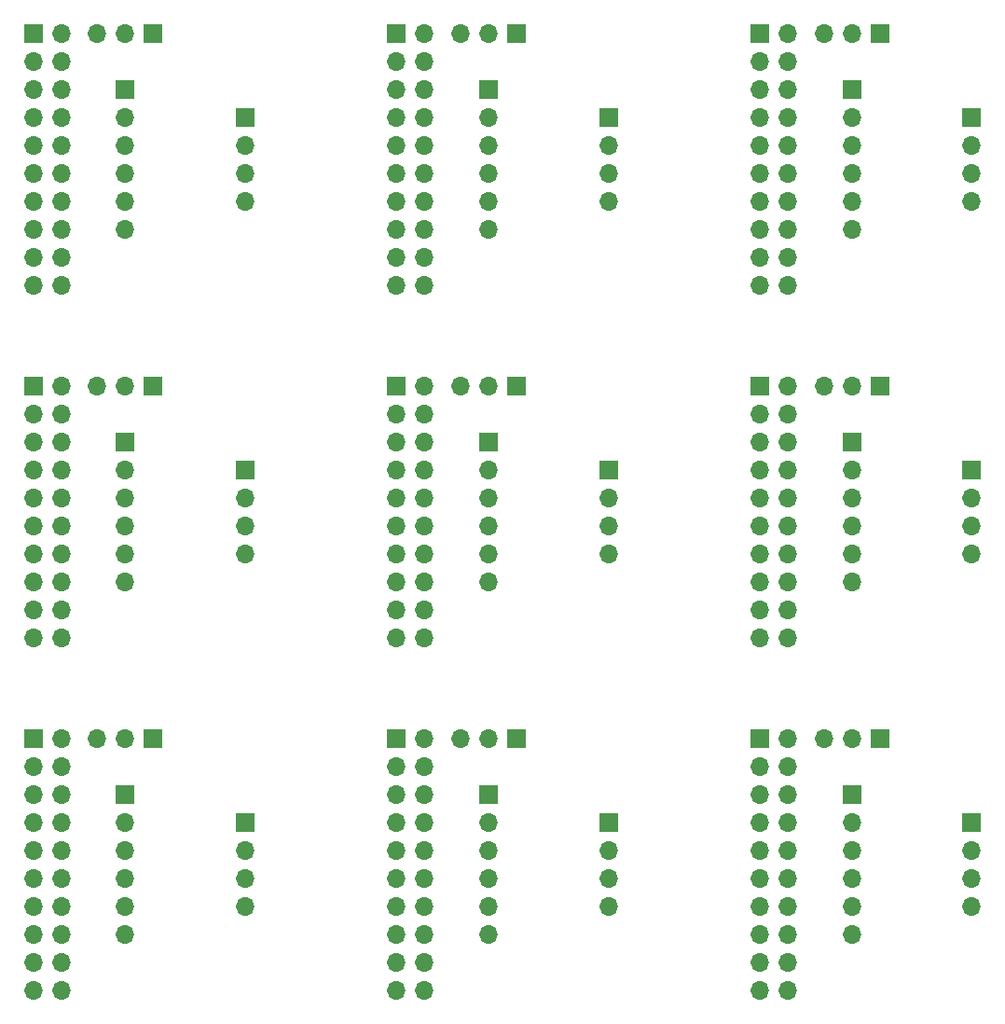
<source format=gbs>
%MOIN*%
%OFA0B0*%
%FSLAX46Y46*%
%IPPOS*%
%LPD*%
%ADD10R,0.066929133858267723X0.066929133858267723*%
%ADD11O,0.066929133858267723X0.066929133858267723*%
%ADD22R,0.066929133858267723X0.066929133858267723*%
%ADD23O,0.066929133858267723X0.066929133858267723*%
%ADD24R,0.066929133858267723X0.066929133858267723*%
%ADD25O,0.066929133858267723X0.066929133858267723*%
%ADD26R,0.066929133858267723X0.066929133858267723*%
%ADD27O,0.066929133858267723X0.066929133858267723*%
%ADD28R,0.066929133858267723X0.066929133858267723*%
%ADD29O,0.066929133858267723X0.066929133858267723*%
%ADD30R,0.066929133858267723X0.066929133858267723*%
%ADD31O,0.066929133858267723X0.066929133858267723*%
%ADD32R,0.066929133858267723X0.066929133858267723*%
%ADD33O,0.066929133858267723X0.066929133858267723*%
%ADD34R,0.066929133858267723X0.066929133858267723*%
%ADD35O,0.066929133858267723X0.066929133858267723*%
%ADD36R,0.066929133858267723X0.066929133858267723*%
%ADD37O,0.066929133858267723X0.066929133858267723*%
G01*
D10*
X0000000000Y0000000000D02*
X0000886811Y0000742519D03*
D11*
X0000886811Y0000642519D03*
X0000886811Y0000542519D03*
X0000886811Y0000442519D03*
D10*
X0000557874Y0001041338D03*
D11*
X0000457874Y0001041338D03*
X0000357874Y0001041338D03*
D10*
X0000458070Y0000841929D03*
D11*
X0000458070Y0000741929D03*
X0000458070Y0000641929D03*
X0000458070Y0000541929D03*
X0000458070Y0000441929D03*
X0000458070Y0000341929D03*
D10*
X0000129921Y0001041732D03*
D11*
X0000229921Y0001041732D03*
X0000129921Y0000941732D03*
X0000229921Y0000941732D03*
X0000129921Y0000841732D03*
X0000229921Y0000841732D03*
X0000129921Y0000741732D03*
X0000229921Y0000741732D03*
X0000129921Y0000641732D03*
X0000229921Y0000641732D03*
X0000129921Y0000541732D03*
X0000229921Y0000541732D03*
X0000129921Y0000441732D03*
X0000229921Y0000441732D03*
X0000129921Y0000341732D03*
X0000229921Y0000341732D03*
X0000129921Y0000241732D03*
X0000229921Y0000241732D03*
X0000129921Y0000141732D03*
X0000229921Y0000141732D03*
G04 next file*
G04 Gerber Fmt 4.6, Leading zero omitted, Abs format (unit mm)*
G04 Created by KiCad (PCBNEW (6.0.9)) date 2023-10-26 15:22:17*
G01*
G04 APERTURE LIST*
G04 APERTURE END LIST*
D22*
X0001299212Y0000000000D02*
X0002186023Y0000742519D03*
D23*
X0002186023Y0000642519D03*
X0002186023Y0000542519D03*
X0002186023Y0000442519D03*
D22*
X0001857086Y0001041338D03*
D23*
X0001757086Y0001041338D03*
X0001657086Y0001041338D03*
D22*
X0001757283Y0000841929D03*
D23*
X0001757283Y0000741929D03*
X0001757283Y0000641929D03*
X0001757283Y0000541929D03*
X0001757283Y0000441929D03*
X0001757283Y0000341929D03*
D22*
X0001429133Y0001041732D03*
D23*
X0001529133Y0001041732D03*
X0001429133Y0000941732D03*
X0001529133Y0000941732D03*
X0001429133Y0000841732D03*
X0001529133Y0000841732D03*
X0001429133Y0000741732D03*
X0001529133Y0000741732D03*
X0001429133Y0000641732D03*
X0001529133Y0000641732D03*
X0001429133Y0000541732D03*
X0001529133Y0000541732D03*
X0001429133Y0000441732D03*
X0001529133Y0000441732D03*
X0001429133Y0000341732D03*
X0001529133Y0000341732D03*
X0001429133Y0000241732D03*
X0001529133Y0000241732D03*
X0001429133Y0000141732D03*
X0001529133Y0000141732D03*
G04 next file*
G04 Gerber Fmt 4.6, Leading zero omitted, Abs format (unit mm)*
G04 Created by KiCad (PCBNEW (6.0.9)) date 2023-10-26 15:22:17*
G01*
G04 APERTURE LIST*
G04 APERTURE END LIST*
D24*
X0002598425Y0000000000D02*
X0003485236Y0000742519D03*
D25*
X0003485236Y0000642519D03*
X0003485236Y0000542519D03*
X0003485236Y0000442519D03*
D24*
X0003156299Y0001041338D03*
D25*
X0003056299Y0001041338D03*
X0002956299Y0001041338D03*
D24*
X0003056496Y0000841929D03*
D25*
X0003056496Y0000741929D03*
X0003056496Y0000641929D03*
X0003056496Y0000541929D03*
X0003056496Y0000441929D03*
X0003056496Y0000341929D03*
D24*
X0002728346Y0001041732D03*
D25*
X0002828346Y0001041732D03*
X0002728346Y0000941732D03*
X0002828346Y0000941732D03*
X0002728346Y0000841732D03*
X0002828346Y0000841732D03*
X0002728346Y0000741732D03*
X0002828346Y0000741732D03*
X0002728346Y0000641732D03*
X0002828346Y0000641732D03*
X0002728346Y0000541732D03*
X0002828346Y0000541732D03*
X0002728346Y0000441732D03*
X0002828346Y0000441732D03*
X0002728346Y0000341732D03*
X0002828346Y0000341732D03*
X0002728346Y0000241732D03*
X0002828346Y0000241732D03*
X0002728346Y0000141732D03*
X0002828346Y0000141732D03*
G04 next file*
G04 Gerber Fmt 4.6, Leading zero omitted, Abs format (unit mm)*
G04 Created by KiCad (PCBNEW (6.0.9)) date 2023-10-26 15:22:17*
G01*
G04 APERTURE LIST*
G04 APERTURE END LIST*
D26*
X0000000000Y0001259842D02*
X0000886811Y0002002362D03*
D27*
X0000886811Y0001902362D03*
X0000886811Y0001802362D03*
X0000886811Y0001702362D03*
D26*
X0000557874Y0002301181D03*
D27*
X0000457874Y0002301181D03*
X0000357874Y0002301181D03*
D26*
X0000458070Y0002101771D03*
D27*
X0000458070Y0002001771D03*
X0000458070Y0001901771D03*
X0000458070Y0001801771D03*
X0000458070Y0001701771D03*
X0000458070Y0001601771D03*
D26*
X0000129921Y0002301574D03*
D27*
X0000229921Y0002301574D03*
X0000129921Y0002201574D03*
X0000229921Y0002201574D03*
X0000129921Y0002101574D03*
X0000229921Y0002101574D03*
X0000129921Y0002001574D03*
X0000229921Y0002001574D03*
X0000129921Y0001901574D03*
X0000229921Y0001901574D03*
X0000129921Y0001801574D03*
X0000229921Y0001801574D03*
X0000129921Y0001701574D03*
X0000229921Y0001701574D03*
X0000129921Y0001601574D03*
X0000229921Y0001601574D03*
X0000129921Y0001501574D03*
X0000229921Y0001501574D03*
X0000129921Y0001401574D03*
X0000229921Y0001401574D03*
G04 next file*
G04 Gerber Fmt 4.6, Leading zero omitted, Abs format (unit mm)*
G04 Created by KiCad (PCBNEW (6.0.9)) date 2023-10-26 15:22:17*
G01*
G04 APERTURE LIST*
G04 APERTURE END LIST*
D28*
X0000000000Y0002519685D02*
X0000886811Y0003262204D03*
D29*
X0000886811Y0003162204D03*
X0000886811Y0003062204D03*
X0000886811Y0002962204D03*
D28*
X0000557874Y0003561023D03*
D29*
X0000457874Y0003561023D03*
X0000357874Y0003561023D03*
D28*
X0000458070Y0003361614D03*
D29*
X0000458070Y0003261614D03*
X0000458070Y0003161614D03*
X0000458070Y0003061614D03*
X0000458070Y0002961614D03*
X0000458070Y0002861614D03*
D28*
X0000129921Y0003561417D03*
D29*
X0000229921Y0003561417D03*
X0000129921Y0003461417D03*
X0000229921Y0003461417D03*
X0000129921Y0003361417D03*
X0000229921Y0003361417D03*
X0000129921Y0003261417D03*
X0000229921Y0003261417D03*
X0000129921Y0003161417D03*
X0000229921Y0003161417D03*
X0000129921Y0003061417D03*
X0000229921Y0003061417D03*
X0000129921Y0002961417D03*
X0000229921Y0002961417D03*
X0000129921Y0002861417D03*
X0000229921Y0002861417D03*
X0000129921Y0002761417D03*
X0000229921Y0002761417D03*
X0000129921Y0002661417D03*
X0000229921Y0002661417D03*
G04 next file*
G04 Gerber Fmt 4.6, Leading zero omitted, Abs format (unit mm)*
G04 Created by KiCad (PCBNEW (6.0.9)) date 2023-10-26 15:22:17*
G01*
G04 APERTURE LIST*
G04 APERTURE END LIST*
D30*
X0001299212Y0001259842D02*
X0002186023Y0002002362D03*
D31*
X0002186023Y0001902362D03*
X0002186023Y0001802362D03*
X0002186023Y0001702362D03*
D30*
X0001857086Y0002301181D03*
D31*
X0001757086Y0002301181D03*
X0001657086Y0002301181D03*
D30*
X0001757283Y0002101771D03*
D31*
X0001757283Y0002001771D03*
X0001757283Y0001901771D03*
X0001757283Y0001801771D03*
X0001757283Y0001701771D03*
X0001757283Y0001601771D03*
D30*
X0001429133Y0002301574D03*
D31*
X0001529133Y0002301574D03*
X0001429133Y0002201574D03*
X0001529133Y0002201574D03*
X0001429133Y0002101574D03*
X0001529133Y0002101574D03*
X0001429133Y0002001574D03*
X0001529133Y0002001574D03*
X0001429133Y0001901574D03*
X0001529133Y0001901574D03*
X0001429133Y0001801574D03*
X0001529133Y0001801574D03*
X0001429133Y0001701574D03*
X0001529133Y0001701574D03*
X0001429133Y0001601574D03*
X0001529133Y0001601574D03*
X0001429133Y0001501574D03*
X0001529133Y0001501574D03*
X0001429133Y0001401574D03*
X0001529133Y0001401574D03*
G04 next file*
G04 Gerber Fmt 4.6, Leading zero omitted, Abs format (unit mm)*
G04 Created by KiCad (PCBNEW (6.0.9)) date 2023-10-26 15:22:17*
G01*
G04 APERTURE LIST*
G04 APERTURE END LIST*
D32*
X0002598425Y0001259842D02*
X0003485236Y0002002362D03*
D33*
X0003485236Y0001902362D03*
X0003485236Y0001802362D03*
X0003485236Y0001702362D03*
D32*
X0003156299Y0002301181D03*
D33*
X0003056299Y0002301181D03*
X0002956299Y0002301181D03*
D32*
X0003056496Y0002101771D03*
D33*
X0003056496Y0002001771D03*
X0003056496Y0001901771D03*
X0003056496Y0001801771D03*
X0003056496Y0001701771D03*
X0003056496Y0001601771D03*
D32*
X0002728346Y0002301574D03*
D33*
X0002828346Y0002301574D03*
X0002728346Y0002201574D03*
X0002828346Y0002201574D03*
X0002728346Y0002101574D03*
X0002828346Y0002101574D03*
X0002728346Y0002001574D03*
X0002828346Y0002001574D03*
X0002728346Y0001901574D03*
X0002828346Y0001901574D03*
X0002728346Y0001801574D03*
X0002828346Y0001801574D03*
X0002728346Y0001701574D03*
X0002828346Y0001701574D03*
X0002728346Y0001601574D03*
X0002828346Y0001601574D03*
X0002728346Y0001501574D03*
X0002828346Y0001501574D03*
X0002728346Y0001401574D03*
X0002828346Y0001401574D03*
G04 next file*
G04 Gerber Fmt 4.6, Leading zero omitted, Abs format (unit mm)*
G04 Created by KiCad (PCBNEW (6.0.9)) date 2023-10-26 15:22:17*
G01*
G04 APERTURE LIST*
G04 APERTURE END LIST*
D34*
X0001299212Y0002519685D02*
X0002186023Y0003262204D03*
D35*
X0002186023Y0003162204D03*
X0002186023Y0003062204D03*
X0002186023Y0002962204D03*
D34*
X0001857086Y0003561023D03*
D35*
X0001757086Y0003561023D03*
X0001657086Y0003561023D03*
D34*
X0001757283Y0003361614D03*
D35*
X0001757283Y0003261614D03*
X0001757283Y0003161614D03*
X0001757283Y0003061614D03*
X0001757283Y0002961614D03*
X0001757283Y0002861614D03*
D34*
X0001429133Y0003561417D03*
D35*
X0001529133Y0003561417D03*
X0001429133Y0003461417D03*
X0001529133Y0003461417D03*
X0001429133Y0003361417D03*
X0001529133Y0003361417D03*
X0001429133Y0003261417D03*
X0001529133Y0003261417D03*
X0001429133Y0003161417D03*
X0001529133Y0003161417D03*
X0001429133Y0003061417D03*
X0001529133Y0003061417D03*
X0001429133Y0002961417D03*
X0001529133Y0002961417D03*
X0001429133Y0002861417D03*
X0001529133Y0002861417D03*
X0001429133Y0002761417D03*
X0001529133Y0002761417D03*
X0001429133Y0002661417D03*
X0001529133Y0002661417D03*
G04 next file*
G04 Gerber Fmt 4.6, Leading zero omitted, Abs format (unit mm)*
G04 Created by KiCad (PCBNEW (6.0.9)) date 2023-10-26 15:22:17*
G01*
G04 APERTURE LIST*
G04 APERTURE END LIST*
D36*
X0002598425Y0002519685D02*
X0003485236Y0003262204D03*
D37*
X0003485236Y0003162204D03*
X0003485236Y0003062204D03*
X0003485236Y0002962204D03*
D36*
X0003156299Y0003561023D03*
D37*
X0003056299Y0003561023D03*
X0002956299Y0003561023D03*
D36*
X0003056496Y0003361614D03*
D37*
X0003056496Y0003261614D03*
X0003056496Y0003161614D03*
X0003056496Y0003061614D03*
X0003056496Y0002961614D03*
X0003056496Y0002861614D03*
D36*
X0002728346Y0003561417D03*
D37*
X0002828346Y0003561417D03*
X0002728346Y0003461417D03*
X0002828346Y0003461417D03*
X0002728346Y0003361417D03*
X0002828346Y0003361417D03*
X0002728346Y0003261417D03*
X0002828346Y0003261417D03*
X0002728346Y0003161417D03*
X0002828346Y0003161417D03*
X0002728346Y0003061417D03*
X0002828346Y0003061417D03*
X0002728346Y0002961417D03*
X0002828346Y0002961417D03*
X0002728346Y0002861417D03*
X0002828346Y0002861417D03*
X0002728346Y0002761417D03*
X0002828346Y0002761417D03*
X0002728346Y0002661417D03*
X0002828346Y0002661417D03*
M02*
</source>
